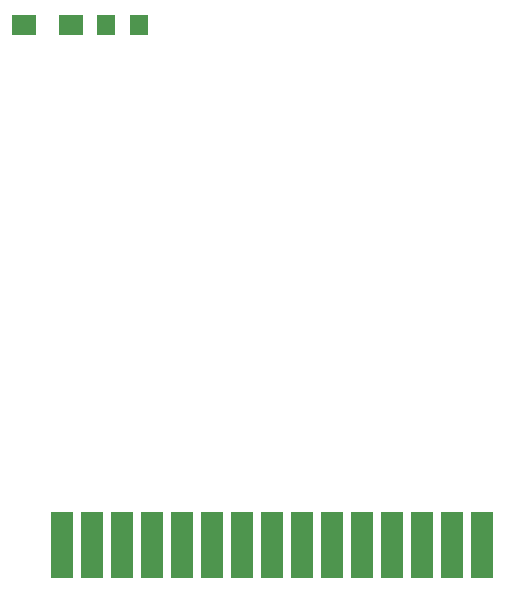
<source format=gtp>
%TF.GenerationSoftware,KiCad,Pcbnew,4.0.2+dfsg1-stable*%
%TF.CreationDate,2019-04-14T23:19:02+02:00*%
%TF.ProjectId,CART-Breakout,434152542D427265616B6F75742E6B69,rev?*%
%TF.FileFunction,Paste,Top*%
%FSLAX46Y46*%
G04 Gerber Fmt 4.6, Leading zero omitted, Abs format (unit mm)*
G04 Created by KiCad (PCBNEW 4.0.2+dfsg1-stable) date Sun 14 Apr 2019 23:19:02 CEST*
%MOMM*%
G01*
G04 APERTURE LIST*
%ADD10C,0.100000*%
%ADD11R,1.930400X5.588000*%
%ADD12R,1.597660X1.800860*%
%ADD13R,2.000000X1.700000*%
G04 APERTURE END LIST*
D10*
D11*
X168830000Y-115152000D03*
X166290000Y-115152000D03*
X163750000Y-115152000D03*
X161210000Y-115152000D03*
X158670000Y-115152000D03*
X156130000Y-115152000D03*
X153590000Y-115152000D03*
X151050000Y-115152000D03*
X148510000Y-115152000D03*
X145970000Y-115152000D03*
X143430000Y-115152000D03*
X140890000Y-115152000D03*
X138350000Y-115152000D03*
X135810000Y-115152000D03*
X133270000Y-115152000D03*
D12*
X137010140Y-71120000D03*
X139849860Y-71120000D03*
D13*
X130080000Y-71120000D03*
X134080000Y-71120000D03*
M02*

</source>
